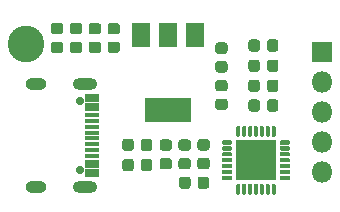
<source format=gbr>
%TF.GenerationSoftware,KiCad,Pcbnew,(5.1.6)-1*%
%TF.CreationDate,2020-07-24T23:52:19+08:00*%
%TF.ProjectId,USB_UART_CP2102,5553425f-5541-4525-945f-435032313032,rev?*%
%TF.SameCoordinates,Original*%
%TF.FileFunction,Soldermask,Top*%
%TF.FilePolarity,Negative*%
%FSLAX46Y46*%
G04 Gerber Fmt 4.6, Leading zero omitted, Abs format (unit mm)*
G04 Created by KiCad (PCBNEW (5.1.6)-1) date 2020-07-24 23:52:19*
%MOMM*%
%LPD*%
G01*
G04 APERTURE LIST*
%ADD10C,3.100000*%
%ADD11O,1.800000X1.800000*%
%ADD12R,1.800000X1.800000*%
%ADD13O,2.100000X1.000000*%
%ADD14O,1.800000X1.000000*%
%ADD15R,1.260000X0.400000*%
%ADD16C,0.700000*%
%ADD17R,1.260000X0.700000*%
%ADD18R,3.900000X2.100000*%
%ADD19R,1.600000X2.100000*%
%ADD20R,3.450000X3.450000*%
G04 APERTURE END LIST*
D10*
%TO.C,REF\u002A\u002A*%
X121905000Y-96157000D03*
%TD*%
%TO.C,R8*%
G36*
G01*
X125818750Y-95949000D02*
X126381250Y-95949000D01*
G75*
G02*
X126625000Y-96192750I0J-243750D01*
G01*
X126625000Y-96680250D01*
G75*
G02*
X126381250Y-96924000I-243750J0D01*
G01*
X125818750Y-96924000D01*
G75*
G02*
X125575000Y-96680250I0J243750D01*
G01*
X125575000Y-96192750D01*
G75*
G02*
X125818750Y-95949000I243750J0D01*
G01*
G37*
G36*
G01*
X125818750Y-94374000D02*
X126381250Y-94374000D01*
G75*
G02*
X126625000Y-94617750I0J-243750D01*
G01*
X126625000Y-95105250D01*
G75*
G02*
X126381250Y-95349000I-243750J0D01*
G01*
X125818750Y-95349000D01*
G75*
G02*
X125575000Y-95105250I0J243750D01*
G01*
X125575000Y-94617750D01*
G75*
G02*
X125818750Y-94374000I243750J0D01*
G01*
G37*
%TD*%
%TO.C,D3*%
G36*
G01*
X124781250Y-95349000D02*
X124218750Y-95349000D01*
G75*
G02*
X123975000Y-95105250I0J243750D01*
G01*
X123975000Y-94617750D01*
G75*
G02*
X124218750Y-94374000I243750J0D01*
G01*
X124781250Y-94374000D01*
G75*
G02*
X125025000Y-94617750I0J-243750D01*
G01*
X125025000Y-95105250D01*
G75*
G02*
X124781250Y-95349000I-243750J0D01*
G01*
G37*
G36*
G01*
X124781250Y-96924000D02*
X124218750Y-96924000D01*
G75*
G02*
X123975000Y-96680250I0J243750D01*
G01*
X123975000Y-96192750D01*
G75*
G02*
X124218750Y-95949000I243750J0D01*
G01*
X124781250Y-95949000D01*
G75*
G02*
X125025000Y-96192750I0J-243750D01*
G01*
X125025000Y-96680250D01*
G75*
G02*
X124781250Y-96924000I-243750J0D01*
G01*
G37*
%TD*%
D11*
%TO.C,J2*%
X146924000Y-106952000D03*
X146924000Y-104412000D03*
X146924000Y-101872000D03*
X146924000Y-99332000D03*
D12*
X146924000Y-96792000D03*
%TD*%
%TO.C,C1*%
G36*
G01*
X127981250Y-95349000D02*
X127418750Y-95349000D01*
G75*
G02*
X127175000Y-95105250I0J243750D01*
G01*
X127175000Y-94617750D01*
G75*
G02*
X127418750Y-94374000I243750J0D01*
G01*
X127981250Y-94374000D01*
G75*
G02*
X128225000Y-94617750I0J-243750D01*
G01*
X128225000Y-95105250D01*
G75*
G02*
X127981250Y-95349000I-243750J0D01*
G01*
G37*
G36*
G01*
X127981250Y-96924000D02*
X127418750Y-96924000D01*
G75*
G02*
X127175000Y-96680250I0J243750D01*
G01*
X127175000Y-96192750D01*
G75*
G02*
X127418750Y-95949000I243750J0D01*
G01*
X127981250Y-95949000D01*
G75*
G02*
X128225000Y-96192750I0J-243750D01*
G01*
X128225000Y-96680250D01*
G75*
G02*
X127981250Y-96924000I-243750J0D01*
G01*
G37*
%TD*%
%TO.C,C2*%
G36*
G01*
X129581250Y-96924000D02*
X129018750Y-96924000D01*
G75*
G02*
X128775000Y-96680250I0J243750D01*
G01*
X128775000Y-96192750D01*
G75*
G02*
X129018750Y-95949000I243750J0D01*
G01*
X129581250Y-95949000D01*
G75*
G02*
X129825000Y-96192750I0J-243750D01*
G01*
X129825000Y-96680250D01*
G75*
G02*
X129581250Y-96924000I-243750J0D01*
G01*
G37*
G36*
G01*
X129581250Y-95349000D02*
X129018750Y-95349000D01*
G75*
G02*
X128775000Y-95105250I0J243750D01*
G01*
X128775000Y-94617750D01*
G75*
G02*
X129018750Y-94374000I243750J0D01*
G01*
X129581250Y-94374000D01*
G75*
G02*
X129825000Y-94617750I0J-243750D01*
G01*
X129825000Y-95105250D01*
G75*
G02*
X129581250Y-95349000I-243750J0D01*
G01*
G37*
%TD*%
%TO.C,C3*%
G36*
G01*
X135018750Y-105800000D02*
X135581250Y-105800000D01*
G75*
G02*
X135825000Y-106043750I0J-243750D01*
G01*
X135825000Y-106531250D01*
G75*
G02*
X135581250Y-106775000I-243750J0D01*
G01*
X135018750Y-106775000D01*
G75*
G02*
X134775000Y-106531250I0J243750D01*
G01*
X134775000Y-106043750D01*
G75*
G02*
X135018750Y-105800000I243750J0D01*
G01*
G37*
G36*
G01*
X135018750Y-104225000D02*
X135581250Y-104225000D01*
G75*
G02*
X135825000Y-104468750I0J-243750D01*
G01*
X135825000Y-104956250D01*
G75*
G02*
X135581250Y-105200000I-243750J0D01*
G01*
X135018750Y-105200000D01*
G75*
G02*
X134775000Y-104956250I0J243750D01*
G01*
X134775000Y-104468750D01*
G75*
G02*
X135018750Y-104225000I243750J0D01*
G01*
G37*
%TD*%
%TO.C,C4*%
G36*
G01*
X133418750Y-104225000D02*
X133981250Y-104225000D01*
G75*
G02*
X134225000Y-104468750I0J-243750D01*
G01*
X134225000Y-104956250D01*
G75*
G02*
X133981250Y-105200000I-243750J0D01*
G01*
X133418750Y-105200000D01*
G75*
G02*
X133175000Y-104956250I0J243750D01*
G01*
X133175000Y-104468750D01*
G75*
G02*
X133418750Y-104225000I243750J0D01*
G01*
G37*
G36*
G01*
X133418750Y-105800000D02*
X133981250Y-105800000D01*
G75*
G02*
X134225000Y-106043750I0J-243750D01*
G01*
X134225000Y-106531250D01*
G75*
G02*
X133981250Y-106775000I-243750J0D01*
G01*
X133418750Y-106775000D01*
G75*
G02*
X133175000Y-106531250I0J243750D01*
G01*
X133175000Y-106043750D01*
G75*
G02*
X133418750Y-105800000I243750J0D01*
G01*
G37*
%TD*%
%TO.C,C5*%
G36*
G01*
X137181250Y-106762500D02*
X136618750Y-106762500D01*
G75*
G02*
X136375000Y-106518750I0J243750D01*
G01*
X136375000Y-106031250D01*
G75*
G02*
X136618750Y-105787500I243750J0D01*
G01*
X137181250Y-105787500D01*
G75*
G02*
X137425000Y-106031250I0J-243750D01*
G01*
X137425000Y-106518750D01*
G75*
G02*
X137181250Y-106762500I-243750J0D01*
G01*
G37*
G36*
G01*
X137181250Y-105187500D02*
X136618750Y-105187500D01*
G75*
G02*
X136375000Y-104943750I0J243750D01*
G01*
X136375000Y-104456250D01*
G75*
G02*
X136618750Y-104212500I243750J0D01*
G01*
X137181250Y-104212500D01*
G75*
G02*
X137425000Y-104456250I0J-243750D01*
G01*
X137425000Y-104943750D01*
G75*
G02*
X137181250Y-105187500I-243750J0D01*
G01*
G37*
%TD*%
%TO.C,D1*%
G36*
G01*
X141671000Y-99418750D02*
X141671000Y-99981250D01*
G75*
G02*
X141427250Y-100225000I-243750J0D01*
G01*
X140939750Y-100225000D01*
G75*
G02*
X140696000Y-99981250I0J243750D01*
G01*
X140696000Y-99418750D01*
G75*
G02*
X140939750Y-99175000I243750J0D01*
G01*
X141427250Y-99175000D01*
G75*
G02*
X141671000Y-99418750I0J-243750D01*
G01*
G37*
G36*
G01*
X143246000Y-99418750D02*
X143246000Y-99981250D01*
G75*
G02*
X143002250Y-100225000I-243750J0D01*
G01*
X142514750Y-100225000D01*
G75*
G02*
X142271000Y-99981250I0J243750D01*
G01*
X142271000Y-99418750D01*
G75*
G02*
X142514750Y-99175000I243750J0D01*
G01*
X143002250Y-99175000D01*
G75*
G02*
X143246000Y-99418750I0J-243750D01*
G01*
G37*
%TD*%
%TO.C,D2*%
G36*
G01*
X143246000Y-96002750D02*
X143246000Y-96565250D01*
G75*
G02*
X143002250Y-96809000I-243750J0D01*
G01*
X142514750Y-96809000D01*
G75*
G02*
X142271000Y-96565250I0J243750D01*
G01*
X142271000Y-96002750D01*
G75*
G02*
X142514750Y-95759000I243750J0D01*
G01*
X143002250Y-95759000D01*
G75*
G02*
X143246000Y-96002750I0J-243750D01*
G01*
G37*
G36*
G01*
X141671000Y-96002750D02*
X141671000Y-96565250D01*
G75*
G02*
X141427250Y-96809000I-243750J0D01*
G01*
X140939750Y-96809000D01*
G75*
G02*
X140696000Y-96565250I0J243750D01*
G01*
X140696000Y-96002750D01*
G75*
G02*
X140939750Y-95759000I243750J0D01*
G01*
X141427250Y-95759000D01*
G75*
G02*
X141671000Y-96002750I0J-243750D01*
G01*
G37*
%TD*%
D13*
%TO.C,J1*%
X126883000Y-99580000D03*
X126883000Y-108220000D03*
D14*
X122713000Y-99580000D03*
X122713000Y-108220000D03*
D15*
X127463000Y-103150000D03*
X127463000Y-103650000D03*
X127463000Y-104150000D03*
X127463000Y-102150000D03*
X127463000Y-102650000D03*
X127463000Y-105150000D03*
X127463000Y-104650000D03*
X127463000Y-105650000D03*
D16*
X126403000Y-106790000D03*
X126403000Y-101010000D03*
D17*
X127463000Y-101500000D03*
X127463000Y-101500000D03*
X127463000Y-100700000D03*
X127463000Y-100700000D03*
X127463000Y-106300000D03*
X127463000Y-107100000D03*
X127463000Y-106300000D03*
X127463000Y-107100000D03*
%TD*%
%TO.C,R1*%
G36*
G01*
X132575000Y-106118750D02*
X132575000Y-106681250D01*
G75*
G02*
X132331250Y-106925000I-243750J0D01*
G01*
X131843750Y-106925000D01*
G75*
G02*
X131600000Y-106681250I0J243750D01*
G01*
X131600000Y-106118750D01*
G75*
G02*
X131843750Y-105875000I243750J0D01*
G01*
X132331250Y-105875000D01*
G75*
G02*
X132575000Y-106118750I0J-243750D01*
G01*
G37*
G36*
G01*
X131000000Y-106118750D02*
X131000000Y-106681250D01*
G75*
G02*
X130756250Y-106925000I-243750J0D01*
G01*
X130268750Y-106925000D01*
G75*
G02*
X130025000Y-106681250I0J243750D01*
G01*
X130025000Y-106118750D01*
G75*
G02*
X130268750Y-105875000I243750J0D01*
G01*
X130756250Y-105875000D01*
G75*
G02*
X131000000Y-106118750I0J-243750D01*
G01*
G37*
%TD*%
%TO.C,R2*%
G36*
G01*
X131000000Y-104418750D02*
X131000000Y-104981250D01*
G75*
G02*
X130756250Y-105225000I-243750J0D01*
G01*
X130268750Y-105225000D01*
G75*
G02*
X130025000Y-104981250I0J243750D01*
G01*
X130025000Y-104418750D01*
G75*
G02*
X130268750Y-104175000I243750J0D01*
G01*
X130756250Y-104175000D01*
G75*
G02*
X131000000Y-104418750I0J-243750D01*
G01*
G37*
G36*
G01*
X132575000Y-104418750D02*
X132575000Y-104981250D01*
G75*
G02*
X132331250Y-105225000I-243750J0D01*
G01*
X131843750Y-105225000D01*
G75*
G02*
X131600000Y-104981250I0J243750D01*
G01*
X131600000Y-104418750D01*
G75*
G02*
X131843750Y-104175000I243750J0D01*
G01*
X132331250Y-104175000D01*
G75*
G02*
X132575000Y-104418750I0J-243750D01*
G01*
G37*
%TD*%
%TO.C,R3*%
G36*
G01*
X134825000Y-108181250D02*
X134825000Y-107618750D01*
G75*
G02*
X135068750Y-107375000I243750J0D01*
G01*
X135556250Y-107375000D01*
G75*
G02*
X135800000Y-107618750I0J-243750D01*
G01*
X135800000Y-108181250D01*
G75*
G02*
X135556250Y-108425000I-243750J0D01*
G01*
X135068750Y-108425000D01*
G75*
G02*
X134825000Y-108181250I0J243750D01*
G01*
G37*
G36*
G01*
X136400000Y-108181250D02*
X136400000Y-107618750D01*
G75*
G02*
X136643750Y-107375000I243750J0D01*
G01*
X137131250Y-107375000D01*
G75*
G02*
X137375000Y-107618750I0J-243750D01*
G01*
X137375000Y-108181250D01*
G75*
G02*
X137131250Y-108425000I-243750J0D01*
G01*
X136643750Y-108425000D01*
G75*
G02*
X136400000Y-108181250I0J243750D01*
G01*
G37*
%TD*%
%TO.C,R4*%
G36*
G01*
X138696250Y-100175000D02*
X138133750Y-100175000D01*
G75*
G02*
X137890000Y-99931250I0J243750D01*
G01*
X137890000Y-99443750D01*
G75*
G02*
X138133750Y-99200000I243750J0D01*
G01*
X138696250Y-99200000D01*
G75*
G02*
X138940000Y-99443750I0J-243750D01*
G01*
X138940000Y-99931250D01*
G75*
G02*
X138696250Y-100175000I-243750J0D01*
G01*
G37*
G36*
G01*
X138696250Y-101750000D02*
X138133750Y-101750000D01*
G75*
G02*
X137890000Y-101506250I0J243750D01*
G01*
X137890000Y-101018750D01*
G75*
G02*
X138133750Y-100775000I243750J0D01*
G01*
X138696250Y-100775000D01*
G75*
G02*
X138940000Y-101018750I0J-243750D01*
G01*
X138940000Y-101506250D01*
G75*
G02*
X138696250Y-101750000I-243750J0D01*
G01*
G37*
%TD*%
%TO.C,R5*%
G36*
G01*
X143246000Y-97718750D02*
X143246000Y-98281250D01*
G75*
G02*
X143002250Y-98525000I-243750J0D01*
G01*
X142514750Y-98525000D01*
G75*
G02*
X142271000Y-98281250I0J243750D01*
G01*
X142271000Y-97718750D01*
G75*
G02*
X142514750Y-97475000I243750J0D01*
G01*
X143002250Y-97475000D01*
G75*
G02*
X143246000Y-97718750I0J-243750D01*
G01*
G37*
G36*
G01*
X141671000Y-97718750D02*
X141671000Y-98281250D01*
G75*
G02*
X141427250Y-98525000I-243750J0D01*
G01*
X140939750Y-98525000D01*
G75*
G02*
X140696000Y-98281250I0J243750D01*
G01*
X140696000Y-97718750D01*
G75*
G02*
X140939750Y-97475000I243750J0D01*
G01*
X141427250Y-97475000D01*
G75*
G02*
X141671000Y-97718750I0J-243750D01*
G01*
G37*
%TD*%
%TO.C,R6*%
G36*
G01*
X141671000Y-101082750D02*
X141671000Y-101645250D01*
G75*
G02*
X141427250Y-101889000I-243750J0D01*
G01*
X140939750Y-101889000D01*
G75*
G02*
X140696000Y-101645250I0J243750D01*
G01*
X140696000Y-101082750D01*
G75*
G02*
X140939750Y-100839000I243750J0D01*
G01*
X141427250Y-100839000D01*
G75*
G02*
X141671000Y-101082750I0J-243750D01*
G01*
G37*
G36*
G01*
X143246000Y-101082750D02*
X143246000Y-101645250D01*
G75*
G02*
X143002250Y-101889000I-243750J0D01*
G01*
X142514750Y-101889000D01*
G75*
G02*
X142271000Y-101645250I0J243750D01*
G01*
X142271000Y-101082750D01*
G75*
G02*
X142514750Y-100839000I243750J0D01*
G01*
X143002250Y-100839000D01*
G75*
G02*
X143246000Y-101082750I0J-243750D01*
G01*
G37*
%TD*%
%TO.C,R7*%
G36*
G01*
X138133750Y-96025000D02*
X138696250Y-96025000D01*
G75*
G02*
X138940000Y-96268750I0J-243750D01*
G01*
X138940000Y-96756250D01*
G75*
G02*
X138696250Y-97000000I-243750J0D01*
G01*
X138133750Y-97000000D01*
G75*
G02*
X137890000Y-96756250I0J243750D01*
G01*
X137890000Y-96268750D01*
G75*
G02*
X138133750Y-96025000I243750J0D01*
G01*
G37*
G36*
G01*
X138133750Y-97600000D02*
X138696250Y-97600000D01*
G75*
G02*
X138940000Y-97843750I0J-243750D01*
G01*
X138940000Y-98331250D01*
G75*
G02*
X138696250Y-98575000I-243750J0D01*
G01*
X138133750Y-98575000D01*
G75*
G02*
X137890000Y-98331250I0J243750D01*
G01*
X137890000Y-97843750D01*
G75*
G02*
X138133750Y-97600000I243750J0D01*
G01*
G37*
%TD*%
D18*
%TO.C,U1*%
X133900000Y-101720000D03*
D19*
X133900000Y-95420000D03*
X131600000Y-95420000D03*
X136200000Y-95420000D03*
%TD*%
%TO.C,U2*%
G36*
G01*
X138436000Y-104587500D02*
X138436000Y-104412500D01*
G75*
G02*
X138523500Y-104325000I87500J0D01*
G01*
X139248500Y-104325000D01*
G75*
G02*
X139336000Y-104412500I0J-87500D01*
G01*
X139336000Y-104587500D01*
G75*
G02*
X139248500Y-104675000I-87500J0D01*
G01*
X138523500Y-104675000D01*
G75*
G02*
X138436000Y-104587500I0J87500D01*
G01*
G37*
G36*
G01*
X138436000Y-105087500D02*
X138436000Y-104912500D01*
G75*
G02*
X138523500Y-104825000I87500J0D01*
G01*
X139248500Y-104825000D01*
G75*
G02*
X139336000Y-104912500I0J-87500D01*
G01*
X139336000Y-105087500D01*
G75*
G02*
X139248500Y-105175000I-87500J0D01*
G01*
X138523500Y-105175000D01*
G75*
G02*
X138436000Y-105087500I0J87500D01*
G01*
G37*
G36*
G01*
X138436000Y-105587500D02*
X138436000Y-105412500D01*
G75*
G02*
X138523500Y-105325000I87500J0D01*
G01*
X139248500Y-105325000D01*
G75*
G02*
X139336000Y-105412500I0J-87500D01*
G01*
X139336000Y-105587500D01*
G75*
G02*
X139248500Y-105675000I-87500J0D01*
G01*
X138523500Y-105675000D01*
G75*
G02*
X138436000Y-105587500I0J87500D01*
G01*
G37*
G36*
G01*
X138436000Y-106087500D02*
X138436000Y-105912500D01*
G75*
G02*
X138523500Y-105825000I87500J0D01*
G01*
X139248500Y-105825000D01*
G75*
G02*
X139336000Y-105912500I0J-87500D01*
G01*
X139336000Y-106087500D01*
G75*
G02*
X139248500Y-106175000I-87500J0D01*
G01*
X138523500Y-106175000D01*
G75*
G02*
X138436000Y-106087500I0J87500D01*
G01*
G37*
G36*
G01*
X138436000Y-106587500D02*
X138436000Y-106412500D01*
G75*
G02*
X138523500Y-106325000I87500J0D01*
G01*
X139248500Y-106325000D01*
G75*
G02*
X139336000Y-106412500I0J-87500D01*
G01*
X139336000Y-106587500D01*
G75*
G02*
X139248500Y-106675000I-87500J0D01*
G01*
X138523500Y-106675000D01*
G75*
G02*
X138436000Y-106587500I0J87500D01*
G01*
G37*
G36*
G01*
X138436000Y-107087500D02*
X138436000Y-106912500D01*
G75*
G02*
X138523500Y-106825000I87500J0D01*
G01*
X139248500Y-106825000D01*
G75*
G02*
X139336000Y-106912500I0J-87500D01*
G01*
X139336000Y-107087500D01*
G75*
G02*
X139248500Y-107175000I-87500J0D01*
G01*
X138523500Y-107175000D01*
G75*
G02*
X138436000Y-107087500I0J87500D01*
G01*
G37*
G36*
G01*
X138436000Y-107587500D02*
X138436000Y-107412500D01*
G75*
G02*
X138523500Y-107325000I87500J0D01*
G01*
X139248500Y-107325000D01*
G75*
G02*
X139336000Y-107412500I0J-87500D01*
G01*
X139336000Y-107587500D01*
G75*
G02*
X139248500Y-107675000I-87500J0D01*
G01*
X138523500Y-107675000D01*
G75*
G02*
X138436000Y-107587500I0J87500D01*
G01*
G37*
G36*
G01*
X139661000Y-108812500D02*
X139661000Y-108087500D01*
G75*
G02*
X139748500Y-108000000I87500J0D01*
G01*
X139923500Y-108000000D01*
G75*
G02*
X140011000Y-108087500I0J-87500D01*
G01*
X140011000Y-108812500D01*
G75*
G02*
X139923500Y-108900000I-87500J0D01*
G01*
X139748500Y-108900000D01*
G75*
G02*
X139661000Y-108812500I0J87500D01*
G01*
G37*
G36*
G01*
X140161000Y-108812500D02*
X140161000Y-108087500D01*
G75*
G02*
X140248500Y-108000000I87500J0D01*
G01*
X140423500Y-108000000D01*
G75*
G02*
X140511000Y-108087500I0J-87500D01*
G01*
X140511000Y-108812500D01*
G75*
G02*
X140423500Y-108900000I-87500J0D01*
G01*
X140248500Y-108900000D01*
G75*
G02*
X140161000Y-108812500I0J87500D01*
G01*
G37*
G36*
G01*
X140661000Y-108812500D02*
X140661000Y-108087500D01*
G75*
G02*
X140748500Y-108000000I87500J0D01*
G01*
X140923500Y-108000000D01*
G75*
G02*
X141011000Y-108087500I0J-87500D01*
G01*
X141011000Y-108812500D01*
G75*
G02*
X140923500Y-108900000I-87500J0D01*
G01*
X140748500Y-108900000D01*
G75*
G02*
X140661000Y-108812500I0J87500D01*
G01*
G37*
G36*
G01*
X141161000Y-108812500D02*
X141161000Y-108087500D01*
G75*
G02*
X141248500Y-108000000I87500J0D01*
G01*
X141423500Y-108000000D01*
G75*
G02*
X141511000Y-108087500I0J-87500D01*
G01*
X141511000Y-108812500D01*
G75*
G02*
X141423500Y-108900000I-87500J0D01*
G01*
X141248500Y-108900000D01*
G75*
G02*
X141161000Y-108812500I0J87500D01*
G01*
G37*
G36*
G01*
X141661000Y-108812500D02*
X141661000Y-108087500D01*
G75*
G02*
X141748500Y-108000000I87500J0D01*
G01*
X141923500Y-108000000D01*
G75*
G02*
X142011000Y-108087500I0J-87500D01*
G01*
X142011000Y-108812500D01*
G75*
G02*
X141923500Y-108900000I-87500J0D01*
G01*
X141748500Y-108900000D01*
G75*
G02*
X141661000Y-108812500I0J87500D01*
G01*
G37*
G36*
G01*
X142161000Y-108812500D02*
X142161000Y-108087500D01*
G75*
G02*
X142248500Y-108000000I87500J0D01*
G01*
X142423500Y-108000000D01*
G75*
G02*
X142511000Y-108087500I0J-87500D01*
G01*
X142511000Y-108812500D01*
G75*
G02*
X142423500Y-108900000I-87500J0D01*
G01*
X142248500Y-108900000D01*
G75*
G02*
X142161000Y-108812500I0J87500D01*
G01*
G37*
G36*
G01*
X142661000Y-108812500D02*
X142661000Y-108087500D01*
G75*
G02*
X142748500Y-108000000I87500J0D01*
G01*
X142923500Y-108000000D01*
G75*
G02*
X143011000Y-108087500I0J-87500D01*
G01*
X143011000Y-108812500D01*
G75*
G02*
X142923500Y-108900000I-87500J0D01*
G01*
X142748500Y-108900000D01*
G75*
G02*
X142661000Y-108812500I0J87500D01*
G01*
G37*
G36*
G01*
X143336000Y-107587500D02*
X143336000Y-107412500D01*
G75*
G02*
X143423500Y-107325000I87500J0D01*
G01*
X144148500Y-107325000D01*
G75*
G02*
X144236000Y-107412500I0J-87500D01*
G01*
X144236000Y-107587500D01*
G75*
G02*
X144148500Y-107675000I-87500J0D01*
G01*
X143423500Y-107675000D01*
G75*
G02*
X143336000Y-107587500I0J87500D01*
G01*
G37*
G36*
G01*
X143336000Y-107087500D02*
X143336000Y-106912500D01*
G75*
G02*
X143423500Y-106825000I87500J0D01*
G01*
X144148500Y-106825000D01*
G75*
G02*
X144236000Y-106912500I0J-87500D01*
G01*
X144236000Y-107087500D01*
G75*
G02*
X144148500Y-107175000I-87500J0D01*
G01*
X143423500Y-107175000D01*
G75*
G02*
X143336000Y-107087500I0J87500D01*
G01*
G37*
G36*
G01*
X143336000Y-106587500D02*
X143336000Y-106412500D01*
G75*
G02*
X143423500Y-106325000I87500J0D01*
G01*
X144148500Y-106325000D01*
G75*
G02*
X144236000Y-106412500I0J-87500D01*
G01*
X144236000Y-106587500D01*
G75*
G02*
X144148500Y-106675000I-87500J0D01*
G01*
X143423500Y-106675000D01*
G75*
G02*
X143336000Y-106587500I0J87500D01*
G01*
G37*
G36*
G01*
X143336000Y-106087500D02*
X143336000Y-105912500D01*
G75*
G02*
X143423500Y-105825000I87500J0D01*
G01*
X144148500Y-105825000D01*
G75*
G02*
X144236000Y-105912500I0J-87500D01*
G01*
X144236000Y-106087500D01*
G75*
G02*
X144148500Y-106175000I-87500J0D01*
G01*
X143423500Y-106175000D01*
G75*
G02*
X143336000Y-106087500I0J87500D01*
G01*
G37*
G36*
G01*
X143336000Y-105587500D02*
X143336000Y-105412500D01*
G75*
G02*
X143423500Y-105325000I87500J0D01*
G01*
X144148500Y-105325000D01*
G75*
G02*
X144236000Y-105412500I0J-87500D01*
G01*
X144236000Y-105587500D01*
G75*
G02*
X144148500Y-105675000I-87500J0D01*
G01*
X143423500Y-105675000D01*
G75*
G02*
X143336000Y-105587500I0J87500D01*
G01*
G37*
G36*
G01*
X143336000Y-105087500D02*
X143336000Y-104912500D01*
G75*
G02*
X143423500Y-104825000I87500J0D01*
G01*
X144148500Y-104825000D01*
G75*
G02*
X144236000Y-104912500I0J-87500D01*
G01*
X144236000Y-105087500D01*
G75*
G02*
X144148500Y-105175000I-87500J0D01*
G01*
X143423500Y-105175000D01*
G75*
G02*
X143336000Y-105087500I0J87500D01*
G01*
G37*
G36*
G01*
X143336000Y-104587500D02*
X143336000Y-104412500D01*
G75*
G02*
X143423500Y-104325000I87500J0D01*
G01*
X144148500Y-104325000D01*
G75*
G02*
X144236000Y-104412500I0J-87500D01*
G01*
X144236000Y-104587500D01*
G75*
G02*
X144148500Y-104675000I-87500J0D01*
G01*
X143423500Y-104675000D01*
G75*
G02*
X143336000Y-104587500I0J87500D01*
G01*
G37*
G36*
G01*
X142661000Y-103912500D02*
X142661000Y-103187500D01*
G75*
G02*
X142748500Y-103100000I87500J0D01*
G01*
X142923500Y-103100000D01*
G75*
G02*
X143011000Y-103187500I0J-87500D01*
G01*
X143011000Y-103912500D01*
G75*
G02*
X142923500Y-104000000I-87500J0D01*
G01*
X142748500Y-104000000D01*
G75*
G02*
X142661000Y-103912500I0J87500D01*
G01*
G37*
G36*
G01*
X142161000Y-103912500D02*
X142161000Y-103187500D01*
G75*
G02*
X142248500Y-103100000I87500J0D01*
G01*
X142423500Y-103100000D01*
G75*
G02*
X142511000Y-103187500I0J-87500D01*
G01*
X142511000Y-103912500D01*
G75*
G02*
X142423500Y-104000000I-87500J0D01*
G01*
X142248500Y-104000000D01*
G75*
G02*
X142161000Y-103912500I0J87500D01*
G01*
G37*
G36*
G01*
X141661000Y-103912500D02*
X141661000Y-103187500D01*
G75*
G02*
X141748500Y-103100000I87500J0D01*
G01*
X141923500Y-103100000D01*
G75*
G02*
X142011000Y-103187500I0J-87500D01*
G01*
X142011000Y-103912500D01*
G75*
G02*
X141923500Y-104000000I-87500J0D01*
G01*
X141748500Y-104000000D01*
G75*
G02*
X141661000Y-103912500I0J87500D01*
G01*
G37*
G36*
G01*
X141161000Y-103912500D02*
X141161000Y-103187500D01*
G75*
G02*
X141248500Y-103100000I87500J0D01*
G01*
X141423500Y-103100000D01*
G75*
G02*
X141511000Y-103187500I0J-87500D01*
G01*
X141511000Y-103912500D01*
G75*
G02*
X141423500Y-104000000I-87500J0D01*
G01*
X141248500Y-104000000D01*
G75*
G02*
X141161000Y-103912500I0J87500D01*
G01*
G37*
G36*
G01*
X140661000Y-103912500D02*
X140661000Y-103187500D01*
G75*
G02*
X140748500Y-103100000I87500J0D01*
G01*
X140923500Y-103100000D01*
G75*
G02*
X141011000Y-103187500I0J-87500D01*
G01*
X141011000Y-103912500D01*
G75*
G02*
X140923500Y-104000000I-87500J0D01*
G01*
X140748500Y-104000000D01*
G75*
G02*
X140661000Y-103912500I0J87500D01*
G01*
G37*
G36*
G01*
X140161000Y-103912500D02*
X140161000Y-103187500D01*
G75*
G02*
X140248500Y-103100000I87500J0D01*
G01*
X140423500Y-103100000D01*
G75*
G02*
X140511000Y-103187500I0J-87500D01*
G01*
X140511000Y-103912500D01*
G75*
G02*
X140423500Y-104000000I-87500J0D01*
G01*
X140248500Y-104000000D01*
G75*
G02*
X140161000Y-103912500I0J87500D01*
G01*
G37*
G36*
G01*
X139661000Y-103912500D02*
X139661000Y-103187500D01*
G75*
G02*
X139748500Y-103100000I87500J0D01*
G01*
X139923500Y-103100000D01*
G75*
G02*
X140011000Y-103187500I0J-87500D01*
G01*
X140011000Y-103912500D01*
G75*
G02*
X139923500Y-104000000I-87500J0D01*
G01*
X139748500Y-104000000D01*
G75*
G02*
X139661000Y-103912500I0J87500D01*
G01*
G37*
D20*
X141336000Y-106000000D03*
%TD*%
M02*

</source>
